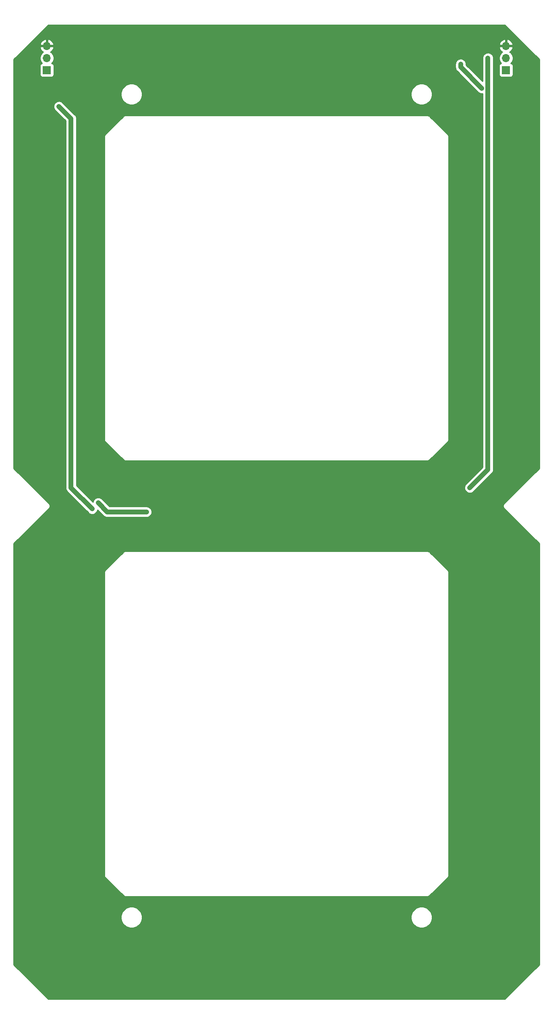
<source format=gbr>
G04 #@! TF.GenerationSoftware,KiCad,Pcbnew,(5.1.5)-3*
G04 #@! TF.CreationDate,2020-10-28T14:02:02+01:00*
G04 #@! TF.ProjectId,7segment,37736567-6d65-46e7-942e-6b696361645f,rev?*
G04 #@! TF.SameCoordinates,Original*
G04 #@! TF.FileFunction,Copper,L2,Bot*
G04 #@! TF.FilePolarity,Positive*
%FSLAX46Y46*%
G04 Gerber Fmt 4.6, Leading zero omitted, Abs format (unit mm)*
G04 Created by KiCad (PCBNEW (5.1.5)-3) date 2020-10-28 14:02:02*
%MOMM*%
%LPD*%
G04 APERTURE LIST*
%ADD10O,1.700000X1.700000*%
%ADD11R,1.700000X1.700000*%
%ADD12C,0.800000*%
%ADD13C,1.000000*%
%ADD14C,0.254000*%
G04 APERTURE END LIST*
D10*
X142240000Y-20320000D03*
X142240000Y-22860000D03*
D11*
X142240000Y-25400000D03*
D10*
X45720000Y-20320000D03*
X45720000Y-22860000D03*
D11*
X45720000Y-25400000D03*
D12*
X132715000Y-24130000D03*
X137160000Y-29210000D03*
X48260000Y-33020000D03*
X55245000Y-117475000D03*
X56515000Y-116205000D03*
X66675000Y-118110000D03*
X134620000Y-113030000D03*
X138430000Y-22860000D03*
X55880000Y-68580000D03*
X55880000Y-88900000D03*
X55880000Y-38100000D03*
X55880000Y-78740000D03*
X55880000Y-99060000D03*
X55880000Y-58420000D03*
X55880000Y-48260000D03*
X99060000Y-17780000D03*
X109220000Y-17780000D03*
X88900000Y-17780000D03*
X119380000Y-17780000D03*
X129540000Y-17780000D03*
X68580000Y-17780000D03*
X48260000Y-17780000D03*
X78740000Y-17780000D03*
X58420000Y-17780000D03*
X139700000Y-17780000D03*
X40640000Y-144780000D03*
X40640000Y-165100000D03*
X40640000Y-185420000D03*
X40640000Y-195580000D03*
X40640000Y-154940000D03*
X40640000Y-175260000D03*
X40640000Y-134620000D03*
X40640000Y-48260000D03*
X40640000Y-68580000D03*
X40640000Y-88900000D03*
X40640000Y-99060000D03*
X40640000Y-58420000D03*
X40640000Y-78740000D03*
X40640000Y-38100000D03*
X147320000Y-48260000D03*
X147320000Y-68580000D03*
X147320000Y-88900000D03*
X147320000Y-99060000D03*
X147320000Y-58420000D03*
X147320000Y-78740000D03*
X147320000Y-38100000D03*
X147320000Y-149860000D03*
X147320000Y-170180000D03*
X147320000Y-190500000D03*
X147320000Y-200660000D03*
X147320000Y-160020000D03*
X147320000Y-180340000D03*
X147320000Y-139700000D03*
X58420000Y-33020000D03*
X78740000Y-33020000D03*
X88900000Y-33020000D03*
X109220000Y-33020000D03*
X119380000Y-33020000D03*
X63500000Y-109220000D03*
X73660000Y-109220000D03*
X83820000Y-109220000D03*
X93980000Y-109220000D03*
X104140000Y-109220000D03*
X114300000Y-109220000D03*
X124460000Y-109220000D03*
X68580000Y-124460000D03*
X78740000Y-124460000D03*
X88900000Y-124460000D03*
X99060000Y-124460000D03*
X109220000Y-124460000D03*
X119380000Y-124460000D03*
X129540000Y-124460000D03*
X55880000Y-134620000D03*
X55880000Y-144780000D03*
X55880000Y-154940000D03*
X55880000Y-165100000D03*
X55880000Y-175260000D03*
X55880000Y-185420000D03*
X55880000Y-195580000D03*
X68580000Y-200660000D03*
X78740000Y-200660000D03*
X88900000Y-200660000D03*
X99060000Y-200660000D03*
X109220000Y-200660000D03*
X119380000Y-200660000D03*
X129540000Y-200660000D03*
X58420000Y-124460000D03*
X132080000Y-38100000D03*
X132080000Y-48260000D03*
X132080000Y-58420000D03*
X132080000Y-68580000D03*
X132080000Y-78740000D03*
X132080000Y-88900000D03*
X132080000Y-99060000D03*
X132080000Y-109220000D03*
X132080000Y-129540000D03*
X132080000Y-139700000D03*
X132080000Y-149860000D03*
X132080000Y-160020000D03*
X132080000Y-170180000D03*
X132080000Y-180340000D03*
X132080000Y-190500000D03*
X129540000Y-215900000D03*
X119380000Y-215900000D03*
X109220000Y-215900000D03*
X99060000Y-215900000D03*
X88900000Y-215900000D03*
X78740000Y-215900000D03*
X68580000Y-215900000D03*
X58420000Y-215900000D03*
X48260000Y-215900000D03*
X139700000Y-215900000D03*
D13*
X132715000Y-24130000D02*
X132715000Y-24765000D01*
X132715000Y-24765000D02*
X137160000Y-29210000D01*
X50800000Y-113030000D02*
X55245000Y-117475000D01*
X48260000Y-33020000D02*
X50800000Y-35560000D01*
X50800000Y-35560000D02*
X50800000Y-113030000D01*
X56515000Y-116205000D02*
X58420000Y-118110000D01*
X58420000Y-118110000D02*
X66675000Y-118110000D01*
X134620000Y-113030000D02*
X138430000Y-109220000D01*
X138430000Y-109220000D02*
X138430000Y-22860000D01*
D14*
G36*
X149200001Y-23133382D02*
G01*
X149200000Y-108946619D01*
X141796236Y-116350384D01*
X141771052Y-116371052D01*
X141750386Y-116396234D01*
X141688575Y-116471550D01*
X141627290Y-116586208D01*
X141589551Y-116710618D01*
X141576808Y-116840000D01*
X141589551Y-116969382D01*
X141627290Y-117093792D01*
X141688575Y-117208450D01*
X141771052Y-117308948D01*
X141796236Y-117329616D01*
X149200001Y-124733382D01*
X149200000Y-213086619D01*
X141966620Y-220320000D01*
X45993381Y-220320000D01*
X38760000Y-213086620D01*
X38760000Y-202979872D01*
X61265000Y-202979872D01*
X61265000Y-203420128D01*
X61350890Y-203851925D01*
X61519369Y-204258669D01*
X61763962Y-204624729D01*
X62075271Y-204936038D01*
X62441331Y-205180631D01*
X62848075Y-205349110D01*
X63279872Y-205435000D01*
X63720128Y-205435000D01*
X64151925Y-205349110D01*
X64558669Y-205180631D01*
X64924729Y-204936038D01*
X65236038Y-204624729D01*
X65480631Y-204258669D01*
X65649110Y-203851925D01*
X65735000Y-203420128D01*
X65735000Y-202979872D01*
X122225000Y-202979872D01*
X122225000Y-203420128D01*
X122310890Y-203851925D01*
X122479369Y-204258669D01*
X122723962Y-204624729D01*
X123035271Y-204936038D01*
X123401331Y-205180631D01*
X123808075Y-205349110D01*
X124239872Y-205435000D01*
X124680128Y-205435000D01*
X125111925Y-205349110D01*
X125518669Y-205180631D01*
X125884729Y-204936038D01*
X126196038Y-204624729D01*
X126440631Y-204258669D01*
X126609110Y-203851925D01*
X126695000Y-203420128D01*
X126695000Y-202979872D01*
X126609110Y-202548075D01*
X126440631Y-202141331D01*
X126196038Y-201775271D01*
X125884729Y-201463962D01*
X125518669Y-201219369D01*
X125111925Y-201050890D01*
X124680128Y-200965000D01*
X124239872Y-200965000D01*
X123808075Y-201050890D01*
X123401331Y-201219369D01*
X123035271Y-201463962D01*
X122723962Y-201775271D01*
X122479369Y-202141331D01*
X122310890Y-202548075D01*
X122225000Y-202979872D01*
X65735000Y-202979872D01*
X65649110Y-202548075D01*
X65480631Y-202141331D01*
X65236038Y-201775271D01*
X64924729Y-201463962D01*
X64558669Y-201219369D01*
X64151925Y-201050890D01*
X63720128Y-200965000D01*
X63279872Y-200965000D01*
X62848075Y-201050890D01*
X62441331Y-201219369D01*
X62075271Y-201463962D01*
X61763962Y-201775271D01*
X61519369Y-202141331D01*
X61350890Y-202548075D01*
X61265000Y-202979872D01*
X38760000Y-202979872D01*
X38760000Y-130810000D01*
X57756808Y-130810000D01*
X57760001Y-130842419D01*
X57760000Y-194277591D01*
X57756808Y-194310000D01*
X57760000Y-194342409D01*
X57760000Y-194342418D01*
X57769550Y-194439382D01*
X57807290Y-194563792D01*
X57868575Y-194678450D01*
X57916689Y-194737076D01*
X57951052Y-194778948D01*
X57976236Y-194799616D01*
X61740388Y-198563769D01*
X61761052Y-198588948D01*
X61861550Y-198671425D01*
X61976207Y-198732710D01*
X62100617Y-198770450D01*
X62197581Y-198780000D01*
X62197588Y-198780000D01*
X62230000Y-198783192D01*
X62262412Y-198780000D01*
X125697591Y-198780000D01*
X125730000Y-198783192D01*
X125762409Y-198780000D01*
X125762419Y-198780000D01*
X125859383Y-198770450D01*
X125983793Y-198732710D01*
X126098450Y-198671425D01*
X126198948Y-198588948D01*
X126219616Y-198563764D01*
X129983769Y-194799612D01*
X130008948Y-194778948D01*
X130029615Y-194753766D01*
X130091425Y-194678450D01*
X130152710Y-194563793D01*
X130190450Y-194439383D01*
X130190450Y-194439382D01*
X130200000Y-194342419D01*
X130200000Y-194342412D01*
X130203192Y-194310000D01*
X130200000Y-194277588D01*
X130200000Y-130842412D01*
X130203192Y-130810000D01*
X130200000Y-130777588D01*
X130200000Y-130777581D01*
X130190450Y-130680617D01*
X130152710Y-130556207D01*
X130091425Y-130441550D01*
X130029614Y-130366233D01*
X130029612Y-130366231D01*
X130008948Y-130341052D01*
X129983770Y-130320389D01*
X126219616Y-126556236D01*
X126198948Y-126531052D01*
X126098450Y-126448575D01*
X125983793Y-126387290D01*
X125859383Y-126349550D01*
X125762419Y-126340000D01*
X125762409Y-126340000D01*
X125730000Y-126336808D01*
X125697591Y-126340000D01*
X62262412Y-126340000D01*
X62230000Y-126336808D01*
X62197588Y-126340000D01*
X62197581Y-126340000D01*
X62100617Y-126349550D01*
X61976207Y-126387290D01*
X61861550Y-126448575D01*
X61761052Y-126531052D01*
X61740388Y-126556231D01*
X57976232Y-130320388D01*
X57951053Y-130341052D01*
X57930389Y-130366231D01*
X57930386Y-130366234D01*
X57868575Y-130441550D01*
X57807290Y-130556208D01*
X57769551Y-130680618D01*
X57756808Y-130810000D01*
X38760000Y-130810000D01*
X38760000Y-124733380D01*
X46163772Y-117329609D01*
X46188948Y-117308948D01*
X46209609Y-117283772D01*
X46209613Y-117283768D01*
X46271424Y-117208451D01*
X46332709Y-117093793D01*
X46370449Y-116969384D01*
X46383192Y-116840001D01*
X46370449Y-116710618D01*
X46370449Y-116710616D01*
X46332709Y-116586207D01*
X46271424Y-116471549D01*
X46209613Y-116396232D01*
X46209609Y-116396228D01*
X46188948Y-116371052D01*
X46163772Y-116350391D01*
X38760000Y-108946620D01*
X38760000Y-33020000D01*
X47119509Y-33020000D01*
X47141423Y-33242498D01*
X47206324Y-33456446D01*
X47311717Y-33653622D01*
X47418012Y-33783143D01*
X49665000Y-36030132D01*
X49665001Y-112974238D01*
X49659509Y-113030000D01*
X49681423Y-113252498D01*
X49746324Y-113466446D01*
X49746325Y-113466447D01*
X49851717Y-113663623D01*
X49993552Y-113836449D01*
X50036860Y-113871991D01*
X54481856Y-118316988D01*
X54611376Y-118423283D01*
X54808552Y-118528675D01*
X55022500Y-118593576D01*
X55244999Y-118615490D01*
X55467498Y-118593576D01*
X55681446Y-118528675D01*
X55878622Y-118423283D01*
X56051448Y-118281448D01*
X56193283Y-118108622D01*
X56298675Y-117911446D01*
X56363576Y-117697498D01*
X56367054Y-117662185D01*
X57578009Y-118873141D01*
X57613551Y-118916449D01*
X57748507Y-119027205D01*
X57786377Y-119058284D01*
X57983553Y-119163676D01*
X58197501Y-119228577D01*
X58420000Y-119250491D01*
X58475752Y-119245000D01*
X66730752Y-119245000D01*
X66897499Y-119228577D01*
X67111447Y-119163676D01*
X67308623Y-119058284D01*
X67481449Y-118916449D01*
X67623284Y-118743623D01*
X67728676Y-118546447D01*
X67793577Y-118332499D01*
X67815491Y-118110000D01*
X67793577Y-117887501D01*
X67728676Y-117673553D01*
X67623284Y-117476377D01*
X67481449Y-117303551D01*
X67308623Y-117161716D01*
X67111447Y-117056324D01*
X66897499Y-116991423D01*
X66730752Y-116975000D01*
X58890132Y-116975000D01*
X57278143Y-115363012D01*
X57148622Y-115256717D01*
X56951446Y-115151324D01*
X56737498Y-115086423D01*
X56515000Y-115064509D01*
X56292502Y-115086423D01*
X56078554Y-115151324D01*
X55881378Y-115256717D01*
X55708552Y-115398552D01*
X55566717Y-115571378D01*
X55461324Y-115768554D01*
X55396423Y-115982502D01*
X55392945Y-116017813D01*
X51935000Y-112559869D01*
X51935000Y-39370000D01*
X57756808Y-39370000D01*
X57760001Y-39402419D01*
X57760000Y-102837591D01*
X57756808Y-102870000D01*
X57760000Y-102902409D01*
X57760000Y-102902418D01*
X57769550Y-102999382D01*
X57807290Y-103123792D01*
X57868575Y-103238450D01*
X57916689Y-103297076D01*
X57951052Y-103338948D01*
X57976236Y-103359616D01*
X61740388Y-107123769D01*
X61761052Y-107148948D01*
X61861550Y-107231425D01*
X61976207Y-107292710D01*
X62100617Y-107330450D01*
X62197581Y-107340000D01*
X62197588Y-107340000D01*
X62230000Y-107343192D01*
X62262412Y-107340000D01*
X125697591Y-107340000D01*
X125730000Y-107343192D01*
X125762409Y-107340000D01*
X125762419Y-107340000D01*
X125859383Y-107330450D01*
X125983793Y-107292710D01*
X126098450Y-107231425D01*
X126198948Y-107148948D01*
X126219616Y-107123764D01*
X129983769Y-103359612D01*
X130008948Y-103338948D01*
X130029615Y-103313766D01*
X130091425Y-103238450D01*
X130152710Y-103123793D01*
X130190450Y-102999383D01*
X130190450Y-102999382D01*
X130200000Y-102902419D01*
X130200000Y-102902412D01*
X130203192Y-102870000D01*
X130200000Y-102837588D01*
X130200000Y-39402412D01*
X130203192Y-39370000D01*
X130200000Y-39337588D01*
X130200000Y-39337581D01*
X130190450Y-39240617D01*
X130152710Y-39116207D01*
X130091425Y-39001550D01*
X130029614Y-38926233D01*
X130029612Y-38926231D01*
X130008948Y-38901052D01*
X129983770Y-38880389D01*
X126219616Y-35116236D01*
X126198948Y-35091052D01*
X126098450Y-35008575D01*
X125983793Y-34947290D01*
X125859383Y-34909550D01*
X125762419Y-34900000D01*
X125762409Y-34900000D01*
X125730000Y-34896808D01*
X125697591Y-34900000D01*
X62262412Y-34900000D01*
X62230000Y-34896808D01*
X62197588Y-34900000D01*
X62197581Y-34900000D01*
X62100617Y-34909550D01*
X61976207Y-34947290D01*
X61861550Y-35008575D01*
X61761052Y-35091052D01*
X61740388Y-35116231D01*
X57976232Y-38880388D01*
X57951053Y-38901052D01*
X57930389Y-38926231D01*
X57930386Y-38926234D01*
X57868575Y-39001550D01*
X57807290Y-39116208D01*
X57769551Y-39240618D01*
X57756808Y-39370000D01*
X51935000Y-39370000D01*
X51935000Y-35615741D01*
X51940490Y-35559999D01*
X51935000Y-35504257D01*
X51935000Y-35504248D01*
X51918577Y-35337501D01*
X51853676Y-35123553D01*
X51748284Y-34926377D01*
X51606449Y-34753551D01*
X51563141Y-34718009D01*
X49023143Y-32178012D01*
X48893622Y-32071717D01*
X48696446Y-31966324D01*
X48482498Y-31901423D01*
X48260000Y-31879509D01*
X48037502Y-31901423D01*
X47823554Y-31966324D01*
X47626378Y-32071717D01*
X47453552Y-32213552D01*
X47311717Y-32386378D01*
X47206324Y-32583554D01*
X47141423Y-32797502D01*
X47119509Y-33020000D01*
X38760000Y-33020000D01*
X38760000Y-30259872D01*
X61265000Y-30259872D01*
X61265000Y-30700128D01*
X61350890Y-31131925D01*
X61519369Y-31538669D01*
X61763962Y-31904729D01*
X62075271Y-32216038D01*
X62441331Y-32460631D01*
X62848075Y-32629110D01*
X63279872Y-32715000D01*
X63720128Y-32715000D01*
X64151925Y-32629110D01*
X64558669Y-32460631D01*
X64924729Y-32216038D01*
X65236038Y-31904729D01*
X65480631Y-31538669D01*
X65649110Y-31131925D01*
X65735000Y-30700128D01*
X65735000Y-30259872D01*
X122225000Y-30259872D01*
X122225000Y-30700128D01*
X122310890Y-31131925D01*
X122479369Y-31538669D01*
X122723962Y-31904729D01*
X123035271Y-32216038D01*
X123401331Y-32460631D01*
X123808075Y-32629110D01*
X124239872Y-32715000D01*
X124680128Y-32715000D01*
X125111925Y-32629110D01*
X125518669Y-32460631D01*
X125884729Y-32216038D01*
X126196038Y-31904729D01*
X126440631Y-31538669D01*
X126609110Y-31131925D01*
X126695000Y-30700128D01*
X126695000Y-30259872D01*
X126609110Y-29828075D01*
X126440631Y-29421331D01*
X126196038Y-29055271D01*
X125884729Y-28743962D01*
X125518669Y-28499369D01*
X125111925Y-28330890D01*
X124680128Y-28245000D01*
X124239872Y-28245000D01*
X123808075Y-28330890D01*
X123401331Y-28499369D01*
X123035271Y-28743962D01*
X122723962Y-29055271D01*
X122479369Y-29421331D01*
X122310890Y-29828075D01*
X122225000Y-30259872D01*
X65735000Y-30259872D01*
X65649110Y-29828075D01*
X65480631Y-29421331D01*
X65236038Y-29055271D01*
X64924729Y-28743962D01*
X64558669Y-28499369D01*
X64151925Y-28330890D01*
X63720128Y-28245000D01*
X63279872Y-28245000D01*
X62848075Y-28330890D01*
X62441331Y-28499369D01*
X62075271Y-28743962D01*
X61763962Y-29055271D01*
X61519369Y-29421331D01*
X61350890Y-29828075D01*
X61265000Y-30259872D01*
X38760000Y-30259872D01*
X38760000Y-24550000D01*
X44231928Y-24550000D01*
X44231928Y-26250000D01*
X44244188Y-26374482D01*
X44280498Y-26494180D01*
X44339463Y-26604494D01*
X44418815Y-26701185D01*
X44515506Y-26780537D01*
X44625820Y-26839502D01*
X44745518Y-26875812D01*
X44870000Y-26888072D01*
X46570000Y-26888072D01*
X46694482Y-26875812D01*
X46814180Y-26839502D01*
X46924494Y-26780537D01*
X47021185Y-26701185D01*
X47100537Y-26604494D01*
X47159502Y-26494180D01*
X47195812Y-26374482D01*
X47208072Y-26250000D01*
X47208072Y-24765000D01*
X131574509Y-24765000D01*
X131580000Y-24820751D01*
X131580000Y-24820752D01*
X131596423Y-24987499D01*
X131661324Y-25201447D01*
X131766717Y-25398623D01*
X131908552Y-25571449D01*
X131951860Y-25606991D01*
X136396856Y-30051988D01*
X136526376Y-30158283D01*
X136723552Y-30263675D01*
X136937500Y-30328576D01*
X137159999Y-30350490D01*
X137295001Y-30337194D01*
X137295000Y-108749867D01*
X133778012Y-112266857D01*
X133671717Y-112396378D01*
X133566324Y-112593554D01*
X133501423Y-112807502D01*
X133479509Y-113030000D01*
X133501423Y-113252498D01*
X133566324Y-113466446D01*
X133671717Y-113663622D01*
X133813552Y-113836448D01*
X133986378Y-113978283D01*
X134183554Y-114083676D01*
X134397502Y-114148577D01*
X134620000Y-114170491D01*
X134842498Y-114148577D01*
X135056446Y-114083676D01*
X135253622Y-113978283D01*
X135383143Y-113871988D01*
X139193146Y-110061987D01*
X139236449Y-110026449D01*
X139354017Y-109883193D01*
X139378284Y-109853623D01*
X139483676Y-109656447D01*
X139548577Y-109442499D01*
X139570491Y-109220000D01*
X139565000Y-109164248D01*
X139565000Y-24550000D01*
X140751928Y-24550000D01*
X140751928Y-26250000D01*
X140764188Y-26374482D01*
X140800498Y-26494180D01*
X140859463Y-26604494D01*
X140938815Y-26701185D01*
X141035506Y-26780537D01*
X141145820Y-26839502D01*
X141265518Y-26875812D01*
X141390000Y-26888072D01*
X143090000Y-26888072D01*
X143214482Y-26875812D01*
X143334180Y-26839502D01*
X143444494Y-26780537D01*
X143541185Y-26701185D01*
X143620537Y-26604494D01*
X143679502Y-26494180D01*
X143715812Y-26374482D01*
X143728072Y-26250000D01*
X143728072Y-24550000D01*
X143715812Y-24425518D01*
X143679502Y-24305820D01*
X143620537Y-24195506D01*
X143541185Y-24098815D01*
X143444494Y-24019463D01*
X143334180Y-23960498D01*
X143261620Y-23938487D01*
X143393475Y-23806632D01*
X143555990Y-23563411D01*
X143667932Y-23293158D01*
X143725000Y-23006260D01*
X143725000Y-22713740D01*
X143667932Y-22426842D01*
X143555990Y-22156589D01*
X143393475Y-21913368D01*
X143186632Y-21706525D01*
X143004466Y-21584805D01*
X143121355Y-21515178D01*
X143337588Y-21320269D01*
X143511641Y-21086920D01*
X143636825Y-20824099D01*
X143681476Y-20676890D01*
X143560155Y-20447000D01*
X142367000Y-20447000D01*
X142367000Y-20467000D01*
X142113000Y-20467000D01*
X142113000Y-20447000D01*
X140919845Y-20447000D01*
X140798524Y-20676890D01*
X140843175Y-20824099D01*
X140968359Y-21086920D01*
X141142412Y-21320269D01*
X141358645Y-21515178D01*
X141475534Y-21584805D01*
X141293368Y-21706525D01*
X141086525Y-21913368D01*
X140924010Y-22156589D01*
X140812068Y-22426842D01*
X140755000Y-22713740D01*
X140755000Y-23006260D01*
X140812068Y-23293158D01*
X140924010Y-23563411D01*
X141086525Y-23806632D01*
X141218380Y-23938487D01*
X141145820Y-23960498D01*
X141035506Y-24019463D01*
X140938815Y-24098815D01*
X140859463Y-24195506D01*
X140800498Y-24305820D01*
X140764188Y-24425518D01*
X140751928Y-24550000D01*
X139565000Y-24550000D01*
X139565000Y-22804248D01*
X139548577Y-22637501D01*
X139483676Y-22423553D01*
X139378284Y-22226377D01*
X139236449Y-22053551D01*
X139063623Y-21911716D01*
X138866447Y-21806324D01*
X138652499Y-21741423D01*
X138430000Y-21719509D01*
X138207502Y-21741423D01*
X137993554Y-21806324D01*
X137796378Y-21911716D01*
X137623552Y-22053551D01*
X137481717Y-22226377D01*
X137376325Y-22423553D01*
X137311424Y-22637501D01*
X137295001Y-22804248D01*
X137295001Y-27739869D01*
X133850000Y-24294869D01*
X133850000Y-24074248D01*
X133833577Y-23907501D01*
X133768676Y-23693553D01*
X133663284Y-23496377D01*
X133521449Y-23323551D01*
X133348623Y-23181716D01*
X133151446Y-23076324D01*
X132937498Y-23011423D01*
X132715000Y-22989509D01*
X132492501Y-23011423D01*
X132278553Y-23076324D01*
X132081377Y-23181716D01*
X131908551Y-23323551D01*
X131766716Y-23496377D01*
X131661324Y-23693554D01*
X131596423Y-23907502D01*
X131580000Y-24074249D01*
X131580000Y-24709249D01*
X131574509Y-24765000D01*
X47208072Y-24765000D01*
X47208072Y-24550000D01*
X47195812Y-24425518D01*
X47159502Y-24305820D01*
X47100537Y-24195506D01*
X47021185Y-24098815D01*
X46924494Y-24019463D01*
X46814180Y-23960498D01*
X46741620Y-23938487D01*
X46873475Y-23806632D01*
X47035990Y-23563411D01*
X47147932Y-23293158D01*
X47205000Y-23006260D01*
X47205000Y-22713740D01*
X47147932Y-22426842D01*
X47035990Y-22156589D01*
X46873475Y-21913368D01*
X46666632Y-21706525D01*
X46484466Y-21584805D01*
X46601355Y-21515178D01*
X46817588Y-21320269D01*
X46991641Y-21086920D01*
X47116825Y-20824099D01*
X47161476Y-20676890D01*
X47040155Y-20447000D01*
X45847000Y-20447000D01*
X45847000Y-20467000D01*
X45593000Y-20467000D01*
X45593000Y-20447000D01*
X44399845Y-20447000D01*
X44278524Y-20676890D01*
X44323175Y-20824099D01*
X44448359Y-21086920D01*
X44622412Y-21320269D01*
X44838645Y-21515178D01*
X44955534Y-21584805D01*
X44773368Y-21706525D01*
X44566525Y-21913368D01*
X44404010Y-22156589D01*
X44292068Y-22426842D01*
X44235000Y-22713740D01*
X44235000Y-23006260D01*
X44292068Y-23293158D01*
X44404010Y-23563411D01*
X44566525Y-23806632D01*
X44698380Y-23938487D01*
X44625820Y-23960498D01*
X44515506Y-24019463D01*
X44418815Y-24098815D01*
X44339463Y-24195506D01*
X44280498Y-24305820D01*
X44244188Y-24425518D01*
X44231928Y-24550000D01*
X38760000Y-24550000D01*
X38760000Y-23133380D01*
X41930270Y-19963110D01*
X44278524Y-19963110D01*
X44399845Y-20193000D01*
X45593000Y-20193000D01*
X45593000Y-18999186D01*
X45847000Y-18999186D01*
X45847000Y-20193000D01*
X47040155Y-20193000D01*
X47161476Y-19963110D01*
X140798524Y-19963110D01*
X140919845Y-20193000D01*
X142113000Y-20193000D01*
X142113000Y-18999186D01*
X142367000Y-18999186D01*
X142367000Y-20193000D01*
X143560155Y-20193000D01*
X143681476Y-19963110D01*
X143636825Y-19815901D01*
X143511641Y-19553080D01*
X143337588Y-19319731D01*
X143121355Y-19124822D01*
X142871252Y-18975843D01*
X142596891Y-18878519D01*
X142367000Y-18999186D01*
X142113000Y-18999186D01*
X141883109Y-18878519D01*
X141608748Y-18975843D01*
X141358645Y-19124822D01*
X141142412Y-19319731D01*
X140968359Y-19553080D01*
X140843175Y-19815901D01*
X140798524Y-19963110D01*
X47161476Y-19963110D01*
X47116825Y-19815901D01*
X46991641Y-19553080D01*
X46817588Y-19319731D01*
X46601355Y-19124822D01*
X46351252Y-18975843D01*
X46076891Y-18878519D01*
X45847000Y-18999186D01*
X45593000Y-18999186D01*
X45363109Y-18878519D01*
X45088748Y-18975843D01*
X44838645Y-19124822D01*
X44622412Y-19319731D01*
X44448359Y-19553080D01*
X44323175Y-19815901D01*
X44278524Y-19963110D01*
X41930270Y-19963110D01*
X45993381Y-15900000D01*
X141966620Y-15900000D01*
X149200001Y-23133382D01*
G37*
X149200001Y-23133382D02*
X149200000Y-108946619D01*
X141796236Y-116350384D01*
X141771052Y-116371052D01*
X141750386Y-116396234D01*
X141688575Y-116471550D01*
X141627290Y-116586208D01*
X141589551Y-116710618D01*
X141576808Y-116840000D01*
X141589551Y-116969382D01*
X141627290Y-117093792D01*
X141688575Y-117208450D01*
X141771052Y-117308948D01*
X141796236Y-117329616D01*
X149200001Y-124733382D01*
X149200000Y-213086619D01*
X141966620Y-220320000D01*
X45993381Y-220320000D01*
X38760000Y-213086620D01*
X38760000Y-202979872D01*
X61265000Y-202979872D01*
X61265000Y-203420128D01*
X61350890Y-203851925D01*
X61519369Y-204258669D01*
X61763962Y-204624729D01*
X62075271Y-204936038D01*
X62441331Y-205180631D01*
X62848075Y-205349110D01*
X63279872Y-205435000D01*
X63720128Y-205435000D01*
X64151925Y-205349110D01*
X64558669Y-205180631D01*
X64924729Y-204936038D01*
X65236038Y-204624729D01*
X65480631Y-204258669D01*
X65649110Y-203851925D01*
X65735000Y-203420128D01*
X65735000Y-202979872D01*
X122225000Y-202979872D01*
X122225000Y-203420128D01*
X122310890Y-203851925D01*
X122479369Y-204258669D01*
X122723962Y-204624729D01*
X123035271Y-204936038D01*
X123401331Y-205180631D01*
X123808075Y-205349110D01*
X124239872Y-205435000D01*
X124680128Y-205435000D01*
X125111925Y-205349110D01*
X125518669Y-205180631D01*
X125884729Y-204936038D01*
X126196038Y-204624729D01*
X126440631Y-204258669D01*
X126609110Y-203851925D01*
X126695000Y-203420128D01*
X126695000Y-202979872D01*
X126609110Y-202548075D01*
X126440631Y-202141331D01*
X126196038Y-201775271D01*
X125884729Y-201463962D01*
X125518669Y-201219369D01*
X125111925Y-201050890D01*
X124680128Y-200965000D01*
X124239872Y-200965000D01*
X123808075Y-201050890D01*
X123401331Y-201219369D01*
X123035271Y-201463962D01*
X122723962Y-201775271D01*
X122479369Y-202141331D01*
X122310890Y-202548075D01*
X122225000Y-202979872D01*
X65735000Y-202979872D01*
X65649110Y-202548075D01*
X65480631Y-202141331D01*
X65236038Y-201775271D01*
X64924729Y-201463962D01*
X64558669Y-201219369D01*
X64151925Y-201050890D01*
X63720128Y-200965000D01*
X63279872Y-200965000D01*
X62848075Y-201050890D01*
X62441331Y-201219369D01*
X62075271Y-201463962D01*
X61763962Y-201775271D01*
X61519369Y-202141331D01*
X61350890Y-202548075D01*
X61265000Y-202979872D01*
X38760000Y-202979872D01*
X38760000Y-130810000D01*
X57756808Y-130810000D01*
X57760001Y-130842419D01*
X57760000Y-194277591D01*
X57756808Y-194310000D01*
X57760000Y-194342409D01*
X57760000Y-194342418D01*
X57769550Y-194439382D01*
X57807290Y-194563792D01*
X57868575Y-194678450D01*
X57916689Y-194737076D01*
X57951052Y-194778948D01*
X57976236Y-194799616D01*
X61740388Y-198563769D01*
X61761052Y-198588948D01*
X61861550Y-198671425D01*
X61976207Y-198732710D01*
X62100617Y-198770450D01*
X62197581Y-198780000D01*
X62197588Y-198780000D01*
X62230000Y-198783192D01*
X62262412Y-198780000D01*
X125697591Y-198780000D01*
X125730000Y-198783192D01*
X125762409Y-198780000D01*
X125762419Y-198780000D01*
X125859383Y-198770450D01*
X125983793Y-198732710D01*
X126098450Y-198671425D01*
X126198948Y-198588948D01*
X126219616Y-198563764D01*
X129983769Y-194799612D01*
X130008948Y-194778948D01*
X130029615Y-194753766D01*
X130091425Y-194678450D01*
X130152710Y-194563793D01*
X130190450Y-194439383D01*
X130190450Y-194439382D01*
X130200000Y-194342419D01*
X130200000Y-194342412D01*
X130203192Y-194310000D01*
X130200000Y-194277588D01*
X130200000Y-130842412D01*
X130203192Y-130810000D01*
X130200000Y-130777588D01*
X130200000Y-130777581D01*
X130190450Y-130680617D01*
X130152710Y-130556207D01*
X130091425Y-130441550D01*
X130029614Y-130366233D01*
X130029612Y-130366231D01*
X130008948Y-130341052D01*
X129983770Y-130320389D01*
X126219616Y-126556236D01*
X126198948Y-126531052D01*
X126098450Y-126448575D01*
X125983793Y-126387290D01*
X125859383Y-126349550D01*
X125762419Y-126340000D01*
X125762409Y-126340000D01*
X125730000Y-126336808D01*
X125697591Y-126340000D01*
X62262412Y-126340000D01*
X62230000Y-126336808D01*
X62197588Y-126340000D01*
X62197581Y-126340000D01*
X62100617Y-126349550D01*
X61976207Y-126387290D01*
X61861550Y-126448575D01*
X61761052Y-126531052D01*
X61740388Y-126556231D01*
X57976232Y-130320388D01*
X57951053Y-130341052D01*
X57930389Y-130366231D01*
X57930386Y-130366234D01*
X57868575Y-130441550D01*
X57807290Y-130556208D01*
X57769551Y-130680618D01*
X57756808Y-130810000D01*
X38760000Y-130810000D01*
X38760000Y-124733380D01*
X46163772Y-117329609D01*
X46188948Y-117308948D01*
X46209609Y-117283772D01*
X46209613Y-117283768D01*
X46271424Y-117208451D01*
X46332709Y-117093793D01*
X46370449Y-116969384D01*
X46383192Y-116840001D01*
X46370449Y-116710618D01*
X46370449Y-116710616D01*
X46332709Y-116586207D01*
X46271424Y-116471549D01*
X46209613Y-116396232D01*
X46209609Y-116396228D01*
X46188948Y-116371052D01*
X46163772Y-116350391D01*
X38760000Y-108946620D01*
X38760000Y-33020000D01*
X47119509Y-33020000D01*
X47141423Y-33242498D01*
X47206324Y-33456446D01*
X47311717Y-33653622D01*
X47418012Y-33783143D01*
X49665000Y-36030132D01*
X49665001Y-112974238D01*
X49659509Y-113030000D01*
X49681423Y-113252498D01*
X49746324Y-113466446D01*
X49746325Y-113466447D01*
X49851717Y-113663623D01*
X49993552Y-113836449D01*
X50036860Y-113871991D01*
X54481856Y-118316988D01*
X54611376Y-118423283D01*
X54808552Y-118528675D01*
X55022500Y-118593576D01*
X55244999Y-118615490D01*
X55467498Y-118593576D01*
X55681446Y-118528675D01*
X55878622Y-118423283D01*
X56051448Y-118281448D01*
X56193283Y-118108622D01*
X56298675Y-117911446D01*
X56363576Y-117697498D01*
X56367054Y-117662185D01*
X57578009Y-118873141D01*
X57613551Y-118916449D01*
X57748507Y-119027205D01*
X57786377Y-119058284D01*
X57983553Y-119163676D01*
X58197501Y-119228577D01*
X58420000Y-119250491D01*
X58475752Y-119245000D01*
X66730752Y-119245000D01*
X66897499Y-119228577D01*
X67111447Y-119163676D01*
X67308623Y-119058284D01*
X67481449Y-118916449D01*
X67623284Y-118743623D01*
X67728676Y-118546447D01*
X67793577Y-118332499D01*
X67815491Y-118110000D01*
X67793577Y-117887501D01*
X67728676Y-117673553D01*
X67623284Y-117476377D01*
X67481449Y-117303551D01*
X67308623Y-117161716D01*
X67111447Y-117056324D01*
X66897499Y-116991423D01*
X66730752Y-116975000D01*
X58890132Y-116975000D01*
X57278143Y-115363012D01*
X57148622Y-115256717D01*
X56951446Y-115151324D01*
X56737498Y-115086423D01*
X56515000Y-115064509D01*
X56292502Y-115086423D01*
X56078554Y-115151324D01*
X55881378Y-115256717D01*
X55708552Y-115398552D01*
X55566717Y-115571378D01*
X55461324Y-115768554D01*
X55396423Y-115982502D01*
X55392945Y-116017813D01*
X51935000Y-112559869D01*
X51935000Y-39370000D01*
X57756808Y-39370000D01*
X57760001Y-39402419D01*
X57760000Y-102837591D01*
X57756808Y-102870000D01*
X57760000Y-102902409D01*
X57760000Y-102902418D01*
X57769550Y-102999382D01*
X57807290Y-103123792D01*
X57868575Y-103238450D01*
X57916689Y-103297076D01*
X57951052Y-103338948D01*
X57976236Y-103359616D01*
X61740388Y-107123769D01*
X61761052Y-107148948D01*
X61861550Y-107231425D01*
X61976207Y-107292710D01*
X62100617Y-107330450D01*
X62197581Y-107340000D01*
X62197588Y-107340000D01*
X62230000Y-107343192D01*
X62262412Y-107340000D01*
X125697591Y-107340000D01*
X125730000Y-107343192D01*
X125762409Y-107340000D01*
X125762419Y-107340000D01*
X125859383Y-107330450D01*
X125983793Y-107292710D01*
X126098450Y-107231425D01*
X126198948Y-107148948D01*
X126219616Y-107123764D01*
X129983769Y-103359612D01*
X130008948Y-103338948D01*
X130029615Y-103313766D01*
X130091425Y-103238450D01*
X130152710Y-103123793D01*
X130190450Y-102999383D01*
X130190450Y-102999382D01*
X130200000Y-102902419D01*
X130200000Y-102902412D01*
X130203192Y-102870000D01*
X130200000Y-102837588D01*
X130200000Y-39402412D01*
X130203192Y-39370000D01*
X130200000Y-39337588D01*
X130200000Y-39337581D01*
X130190450Y-39240617D01*
X130152710Y-39116207D01*
X130091425Y-39001550D01*
X130029614Y-38926233D01*
X130029612Y-38926231D01*
X130008948Y-38901052D01*
X129983770Y-38880389D01*
X126219616Y-35116236D01*
X126198948Y-35091052D01*
X126098450Y-35008575D01*
X125983793Y-34947290D01*
X125859383Y-34909550D01*
X125762419Y-34900000D01*
X125762409Y-34900000D01*
X125730000Y-34896808D01*
X125697591Y-34900000D01*
X62262412Y-34900000D01*
X62230000Y-34896808D01*
X62197588Y-34900000D01*
X62197581Y-34900000D01*
X62100617Y-34909550D01*
X61976207Y-34947290D01*
X61861550Y-35008575D01*
X61761052Y-35091052D01*
X61740388Y-35116231D01*
X57976232Y-38880388D01*
X57951053Y-38901052D01*
X57930389Y-38926231D01*
X57930386Y-38926234D01*
X57868575Y-39001550D01*
X57807290Y-39116208D01*
X57769551Y-39240618D01*
X57756808Y-39370000D01*
X51935000Y-39370000D01*
X51935000Y-35615741D01*
X51940490Y-35559999D01*
X51935000Y-35504257D01*
X51935000Y-35504248D01*
X51918577Y-35337501D01*
X51853676Y-35123553D01*
X51748284Y-34926377D01*
X51606449Y-34753551D01*
X51563141Y-34718009D01*
X49023143Y-32178012D01*
X48893622Y-32071717D01*
X48696446Y-31966324D01*
X48482498Y-31901423D01*
X48260000Y-31879509D01*
X48037502Y-31901423D01*
X47823554Y-31966324D01*
X47626378Y-32071717D01*
X47453552Y-32213552D01*
X47311717Y-32386378D01*
X47206324Y-32583554D01*
X47141423Y-32797502D01*
X47119509Y-33020000D01*
X38760000Y-33020000D01*
X38760000Y-30259872D01*
X61265000Y-30259872D01*
X61265000Y-30700128D01*
X61350890Y-31131925D01*
X61519369Y-31538669D01*
X61763962Y-31904729D01*
X62075271Y-32216038D01*
X62441331Y-32460631D01*
X62848075Y-32629110D01*
X63279872Y-32715000D01*
X63720128Y-32715000D01*
X64151925Y-32629110D01*
X64558669Y-32460631D01*
X64924729Y-32216038D01*
X65236038Y-31904729D01*
X65480631Y-31538669D01*
X65649110Y-31131925D01*
X65735000Y-30700128D01*
X65735000Y-30259872D01*
X122225000Y-30259872D01*
X122225000Y-30700128D01*
X122310890Y-31131925D01*
X122479369Y-31538669D01*
X122723962Y-31904729D01*
X123035271Y-32216038D01*
X123401331Y-32460631D01*
X123808075Y-32629110D01*
X124239872Y-32715000D01*
X124680128Y-32715000D01*
X125111925Y-32629110D01*
X125518669Y-32460631D01*
X125884729Y-32216038D01*
X126196038Y-31904729D01*
X126440631Y-31538669D01*
X126609110Y-31131925D01*
X126695000Y-30700128D01*
X126695000Y-30259872D01*
X126609110Y-29828075D01*
X126440631Y-29421331D01*
X126196038Y-29055271D01*
X125884729Y-28743962D01*
X125518669Y-28499369D01*
X125111925Y-28330890D01*
X124680128Y-28245000D01*
X124239872Y-28245000D01*
X123808075Y-28330890D01*
X123401331Y-28499369D01*
X123035271Y-28743962D01*
X122723962Y-29055271D01*
X122479369Y-29421331D01*
X122310890Y-29828075D01*
X122225000Y-30259872D01*
X65735000Y-30259872D01*
X65649110Y-29828075D01*
X65480631Y-29421331D01*
X65236038Y-29055271D01*
X64924729Y-28743962D01*
X64558669Y-28499369D01*
X64151925Y-28330890D01*
X63720128Y-28245000D01*
X63279872Y-28245000D01*
X62848075Y-28330890D01*
X62441331Y-28499369D01*
X62075271Y-28743962D01*
X61763962Y-29055271D01*
X61519369Y-29421331D01*
X61350890Y-29828075D01*
X61265000Y-30259872D01*
X38760000Y-30259872D01*
X38760000Y-24550000D01*
X44231928Y-24550000D01*
X44231928Y-26250000D01*
X44244188Y-26374482D01*
X44280498Y-26494180D01*
X44339463Y-26604494D01*
X44418815Y-26701185D01*
X44515506Y-26780537D01*
X44625820Y-26839502D01*
X44745518Y-26875812D01*
X44870000Y-26888072D01*
X46570000Y-26888072D01*
X46694482Y-26875812D01*
X46814180Y-26839502D01*
X46924494Y-26780537D01*
X47021185Y-26701185D01*
X47100537Y-26604494D01*
X47159502Y-26494180D01*
X47195812Y-26374482D01*
X47208072Y-26250000D01*
X47208072Y-24765000D01*
X131574509Y-24765000D01*
X131580000Y-24820751D01*
X131580000Y-24820752D01*
X131596423Y-24987499D01*
X131661324Y-25201447D01*
X131766717Y-25398623D01*
X131908552Y-25571449D01*
X131951860Y-25606991D01*
X136396856Y-30051988D01*
X136526376Y-30158283D01*
X136723552Y-30263675D01*
X136937500Y-30328576D01*
X137159999Y-30350490D01*
X137295001Y-30337194D01*
X137295000Y-108749867D01*
X133778012Y-112266857D01*
X133671717Y-112396378D01*
X133566324Y-112593554D01*
X133501423Y-112807502D01*
X133479509Y-113030000D01*
X133501423Y-113252498D01*
X133566324Y-113466446D01*
X133671717Y-113663622D01*
X133813552Y-113836448D01*
X133986378Y-113978283D01*
X134183554Y-114083676D01*
X134397502Y-114148577D01*
X134620000Y-114170491D01*
X134842498Y-114148577D01*
X135056446Y-114083676D01*
X135253622Y-113978283D01*
X135383143Y-113871988D01*
X139193146Y-110061987D01*
X139236449Y-110026449D01*
X139354017Y-109883193D01*
X139378284Y-109853623D01*
X139483676Y-109656447D01*
X139548577Y-109442499D01*
X139570491Y-109220000D01*
X139565000Y-109164248D01*
X139565000Y-24550000D01*
X140751928Y-24550000D01*
X140751928Y-26250000D01*
X140764188Y-26374482D01*
X140800498Y-26494180D01*
X140859463Y-26604494D01*
X140938815Y-26701185D01*
X141035506Y-26780537D01*
X141145820Y-26839502D01*
X141265518Y-26875812D01*
X141390000Y-26888072D01*
X143090000Y-26888072D01*
X143214482Y-26875812D01*
X143334180Y-26839502D01*
X143444494Y-26780537D01*
X143541185Y-26701185D01*
X143620537Y-26604494D01*
X143679502Y-26494180D01*
X143715812Y-26374482D01*
X143728072Y-26250000D01*
X143728072Y-24550000D01*
X143715812Y-24425518D01*
X143679502Y-24305820D01*
X143620537Y-24195506D01*
X143541185Y-24098815D01*
X143444494Y-24019463D01*
X143334180Y-23960498D01*
X143261620Y-23938487D01*
X143393475Y-23806632D01*
X143555990Y-23563411D01*
X143667932Y-23293158D01*
X143725000Y-23006260D01*
X143725000Y-22713740D01*
X143667932Y-22426842D01*
X143555990Y-22156589D01*
X143393475Y-21913368D01*
X143186632Y-21706525D01*
X143004466Y-21584805D01*
X143121355Y-21515178D01*
X143337588Y-21320269D01*
X143511641Y-21086920D01*
X143636825Y-20824099D01*
X143681476Y-20676890D01*
X143560155Y-20447000D01*
X142367000Y-20447000D01*
X142367000Y-20467000D01*
X142113000Y-20467000D01*
X142113000Y-20447000D01*
X140919845Y-20447000D01*
X140798524Y-20676890D01*
X140843175Y-20824099D01*
X140968359Y-21086920D01*
X141142412Y-21320269D01*
X141358645Y-21515178D01*
X141475534Y-21584805D01*
X141293368Y-21706525D01*
X141086525Y-21913368D01*
X140924010Y-22156589D01*
X140812068Y-22426842D01*
X140755000Y-22713740D01*
X140755000Y-23006260D01*
X140812068Y-23293158D01*
X140924010Y-23563411D01*
X141086525Y-23806632D01*
X141218380Y-23938487D01*
X141145820Y-23960498D01*
X141035506Y-24019463D01*
X140938815Y-24098815D01*
X140859463Y-24195506D01*
X140800498Y-24305820D01*
X140764188Y-24425518D01*
X140751928Y-24550000D01*
X139565000Y-24550000D01*
X139565000Y-22804248D01*
X139548577Y-22637501D01*
X139483676Y-22423553D01*
X139378284Y-22226377D01*
X139236449Y-22053551D01*
X139063623Y-21911716D01*
X138866447Y-21806324D01*
X138652499Y-21741423D01*
X138430000Y-21719509D01*
X138207502Y-21741423D01*
X137993554Y-21806324D01*
X137796378Y-21911716D01*
X137623552Y-22053551D01*
X137481717Y-22226377D01*
X137376325Y-22423553D01*
X137311424Y-22637501D01*
X137295001Y-22804248D01*
X137295001Y-27739869D01*
X133850000Y-24294869D01*
X133850000Y-24074248D01*
X133833577Y-23907501D01*
X133768676Y-23693553D01*
X133663284Y-23496377D01*
X133521449Y-23323551D01*
X133348623Y-23181716D01*
X133151446Y-23076324D01*
X132937498Y-23011423D01*
X132715000Y-22989509D01*
X132492501Y-23011423D01*
X132278553Y-23076324D01*
X132081377Y-23181716D01*
X131908551Y-23323551D01*
X131766716Y-23496377D01*
X131661324Y-23693554D01*
X131596423Y-23907502D01*
X131580000Y-24074249D01*
X131580000Y-24709249D01*
X131574509Y-24765000D01*
X47208072Y-24765000D01*
X47208072Y-24550000D01*
X47195812Y-24425518D01*
X47159502Y-24305820D01*
X47100537Y-24195506D01*
X47021185Y-24098815D01*
X46924494Y-24019463D01*
X46814180Y-23960498D01*
X46741620Y-23938487D01*
X46873475Y-23806632D01*
X47035990Y-23563411D01*
X47147932Y-23293158D01*
X47205000Y-23006260D01*
X47205000Y-22713740D01*
X47147932Y-22426842D01*
X47035990Y-22156589D01*
X46873475Y-21913368D01*
X46666632Y-21706525D01*
X46484466Y-21584805D01*
X46601355Y-21515178D01*
X46817588Y-21320269D01*
X46991641Y-21086920D01*
X47116825Y-20824099D01*
X47161476Y-20676890D01*
X47040155Y-20447000D01*
X45847000Y-20447000D01*
X45847000Y-20467000D01*
X45593000Y-20467000D01*
X45593000Y-20447000D01*
X44399845Y-20447000D01*
X44278524Y-20676890D01*
X44323175Y-20824099D01*
X44448359Y-21086920D01*
X44622412Y-21320269D01*
X44838645Y-21515178D01*
X44955534Y-21584805D01*
X44773368Y-21706525D01*
X44566525Y-21913368D01*
X44404010Y-22156589D01*
X44292068Y-22426842D01*
X44235000Y-22713740D01*
X44235000Y-23006260D01*
X44292068Y-23293158D01*
X44404010Y-23563411D01*
X44566525Y-23806632D01*
X44698380Y-23938487D01*
X44625820Y-23960498D01*
X44515506Y-24019463D01*
X44418815Y-24098815D01*
X44339463Y-24195506D01*
X44280498Y-24305820D01*
X44244188Y-24425518D01*
X44231928Y-24550000D01*
X38760000Y-24550000D01*
X38760000Y-23133380D01*
X41930270Y-19963110D01*
X44278524Y-19963110D01*
X44399845Y-20193000D01*
X45593000Y-20193000D01*
X45593000Y-18999186D01*
X45847000Y-18999186D01*
X45847000Y-20193000D01*
X47040155Y-20193000D01*
X47161476Y-19963110D01*
X140798524Y-19963110D01*
X140919845Y-20193000D01*
X142113000Y-20193000D01*
X142113000Y-18999186D01*
X142367000Y-18999186D01*
X142367000Y-20193000D01*
X143560155Y-20193000D01*
X143681476Y-19963110D01*
X143636825Y-19815901D01*
X143511641Y-19553080D01*
X143337588Y-19319731D01*
X143121355Y-19124822D01*
X142871252Y-18975843D01*
X142596891Y-18878519D01*
X142367000Y-18999186D01*
X142113000Y-18999186D01*
X141883109Y-18878519D01*
X141608748Y-18975843D01*
X141358645Y-19124822D01*
X141142412Y-19319731D01*
X140968359Y-19553080D01*
X140843175Y-19815901D01*
X140798524Y-19963110D01*
X47161476Y-19963110D01*
X47116825Y-19815901D01*
X46991641Y-19553080D01*
X46817588Y-19319731D01*
X46601355Y-19124822D01*
X46351252Y-18975843D01*
X46076891Y-18878519D01*
X45847000Y-18999186D01*
X45593000Y-18999186D01*
X45363109Y-18878519D01*
X45088748Y-18975843D01*
X44838645Y-19124822D01*
X44622412Y-19319731D01*
X44448359Y-19553080D01*
X44323175Y-19815901D01*
X44278524Y-19963110D01*
X41930270Y-19963110D01*
X45993381Y-15900000D01*
X141966620Y-15900000D01*
X149200001Y-23133382D01*
M02*

</source>
